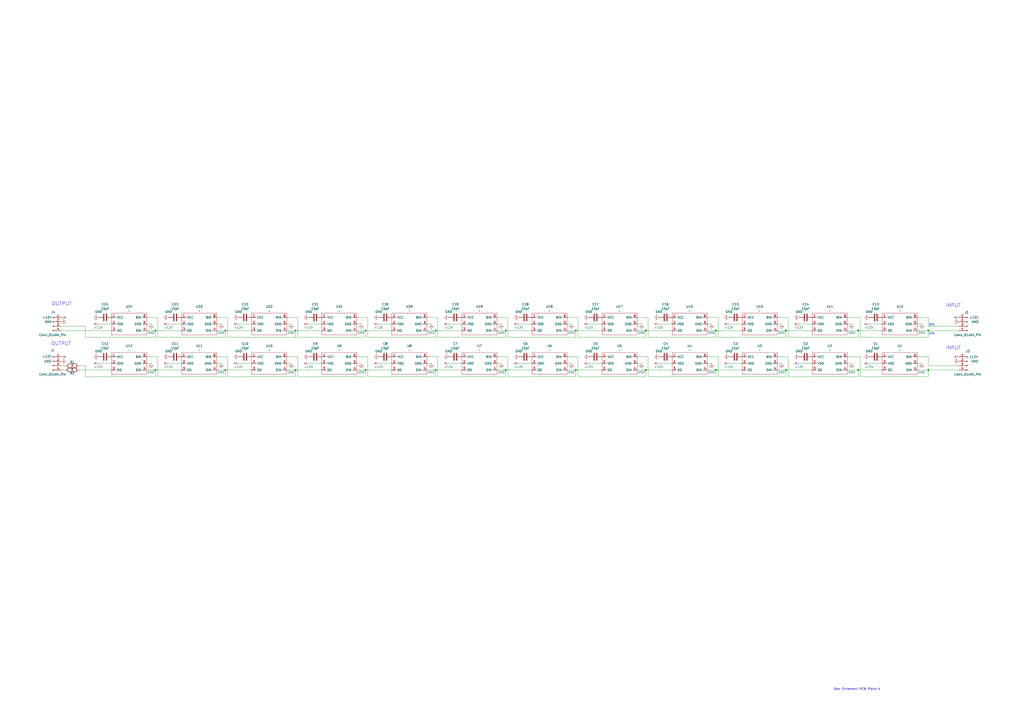
<source format=kicad_sch>
(kicad_sch (version 20250114) (generator "eeschema") (generator_version "9.0")
  (paper "A2")
  (title_block (date "2025-05-20"))
  (lib_symbols
    (symbol "Connector:Conn_01x04_Pin" (pin_names (offset 1.016) (hide yes))
      (property "Reference" "J" (at 0 5.08 0))
      (property "Value" "Conn_01x04_Pin" (at 0 -7.62 0))
      (symbol "Conn_01x04_Pin_1_1"
        (rectangle (start 0.8636 2.667) (end 0 2.413) (stroke (width 0.1524)) (fill (type outline)))
        (rectangle (start 0.8636 0.127) (end 0 -0.127) (stroke (width 0.1524)) (fill (type outline)))
        (rectangle (start 0.8636 -2.413) (end 0 -2.667) (stroke (width 0.1524)) (fill (type outline)))
        (rectangle (start 0.8636 -4.953) (end 0 -5.207) (stroke (width 0.1524)) (fill (type outline)))
        (polyline (pts (xy 1.27 2.54) (xy 0.8636 2.54)) (stroke (width 0.1524)))
        (polyline (pts (xy 1.27 0) (xy 0.8636 0)) (stroke (width 0.1524)))
        (polyline (pts (xy 1.27 -2.54) (xy 0.8636 -2.54)) (stroke (width 0.1524)))
        (polyline (pts (xy 1.27 -5.08) (xy 0.8636 -5.08)) (stroke (width 0.1524)))
        (pin passive line (at 5.08 2.54 180) (length 3.81) (name "Pin_1") (number "1"))
        (pin passive line (at 5.08 0 180) (length 3.81) (name "Pin_2") (number "2"))
        (pin passive line (at 5.08 -2.54 180) (length 3.81) (name "Pin_3") (number "3"))
        (pin passive line (at 5.08 -5.08 180) (length 3.81) (name "Pin_4") (number "4"))
      )
    )
    (symbol "Device:C" (pin_numbers (hide yes)) (pin_names (offset 0.254))
      (property "Reference" "C" (at 0.635 2.54 0))
      (property "Value" "C" (at 0.635 -2.54 0))
      (symbol "C_0_1"
        (polyline (pts (xy -2.032 0.762) (xy 2.032 0.762)) (stroke (width 0.508)))
        (polyline (pts (xy -2.032 -0.762) (xy 2.032 -0.762)) (stroke (width 0.508)))
      )
      (symbol "C_1_1"
        (pin passive line (at 0 3.81 270) (length 2.794) (name "~") (number "1"))
        (pin passive line (at 0 -3.81 90) (length 2.794) (name "~") (number "2"))
      )
    )
    (symbol "Device:R" (pin_numbers (hide yes)) (pin_names (offset 0))
      (property "Reference" "R" (at 2.032 0 90))
      (property "Value" "R" (at 0 0 90))
      (symbol "R_0_1"
        (rectangle (start -1.016 -2.54) (end 1.016 2.54) (stroke (width 0.254)))
      )
      (symbol "R_1_1"
        (pin passive line (at 0 3.81 270) (length 1.27) (name "~") (number "1"))
        (pin passive line (at 0 -3.81 90) (length 1.27) (name "~") (number "2"))
      )
    )
    (symbol "power:+12V" (power) (pin_numbers (hide yes)) (pin_names (offset 0) (hide yes))
      (property "Value" "+12V" (at 0 3.556 0))
      (symbol "+12V_0_1"
        (polyline (pts (xy -0.762 1.27) (xy 0 2.54)))
        (polyline (pts (xy 0 2.54) (xy 0.762 1.27)))
        (polyline (pts (xy 0 0) (xy 0 2.54)))
      )
      (symbol "+12V_1_1"
        (pin power_in line (at 0 0 90) (length 0) (name "~") (number "1"))
      )
    )
    (symbol "power:GND" (power) (pin_numbers (hide yes)) (pin_names (offset 0) (hide yes))
      (property "Value" "GND" (at 0 -3.81 0))
      (symbol "GND_0_1"
        (polyline (pts (xy 0 0) (xy 0 -1.27) (xy 1.27 -1.27) (xy 0 -2.54) (xy -1.27 -1.27) (xy 0 -1.27)))
      )
      (symbol "GND_1_1"
        (pin power_in line (at 0 0 270) (length 0) (name "~") (number "1"))
      )
    )
    (symbol "star_ornament_PCB:WS2815E"
      (property "Reference" "U" (at 0 0 0))
      (symbol "WS2815E_0_1"
        (rectangle (start -10.16 6.35) (end 10.16 -6.35))
      )
      (symbol "WS2815E_1_1"
        (pin input line (at -10.16 3.81 0) (length 2.54) (name "VCC") (number "1"))
        (pin power_in line (at -10.16 0 0) (length 2.54) (name "VDD") (number "2"))
        (pin output line (at -10.16 -3.81 0) (length 2.54) (name "DO") (number "3"))
        (pin input line (at 10.16 3.81 180) (length 2.54) (name "BIN") (number "6"))
        (pin power_in line (at 10.16 0 180) (length 2.54) (name "GND") (number "5"))
        (pin input line (at 10.16 -3.81 180) (length 2.54) (name "DIN") (number "4"))
      )
    )
  )
  (text "DIN\n" (at 540.512 193.548 0) (effects (font (size 1.27 1.27))))
  (text "OUTPUT" (at 35.814 176.276 0) (effects (font (size 2.032 2.032))))
  (text "OUTPUT" (at 35.56 199.39 0) (effects (font (size 2.032 2.032))))
  (text "BIN" (at 540.512 188.468 0) (effects (font (size 1.27 1.27))))
  (text "INPUT" (at 552.958 201.93 0) (effects (font (size 2.032 2.032))))
  (text "Star Ornament PCB Piece A" (at 497.078 399.796 0) (effects (font (size 1.27 1.27))))
  (text "INPUT" (at 552.958 177.292 0) (effects (font (size 2.032 2.032))))
  (junction (at 334.01 191.77))
  (junction (at 538.48 191.77))
  (junction (at 212.09 214.63))
  (junction (at 497.84 214.63))
  (junction (at 293.37 214.63))
  (junction (at 415.29 214.63))
  (junction (at 497.84 191.77))
  (junction (at 252.73 191.77))
  (junction (at 130.81 214.63))
  (junction (at 455.93 214.63))
  (junction (at 374.65 191.77))
  (junction (at 171.45 214.63))
  (junction (at 334.01 214.63))
  (junction (at 212.09 191.77))
  (junction (at 455.93 191.77))
  (junction (at 90.17 214.63))
  (junction (at 415.29 191.77))
  (junction (at 538.48 214.63))
  (junction (at 374.65 214.63))
  (junction (at 90.17 191.77))
  (junction (at 171.45 191.77))
  (junction (at 130.81 191.77))
  (junction (at 252.73 214.63))
  (junction (at 293.37 191.77))
  (wire (pts (xy 369.57 184.15) (xy 375.92 184.15)))
  (wire (pts (xy 450.85 187.96) (xy 453.39 187.96)))
  (wire (pts (xy 132.08 218.44) (xy 171.45 218.44)))
  (wire (pts (xy 532.13 191.77) (xy 538.48 191.77)))
  (wire (pts (xy 219.71 187.96) (xy 227.33 187.96)))
  (wire (pts (xy 97.79 210.82) (xy 105.41 210.82)))
  (wire (pts (xy 334.01 218.44) (xy 334.01 214.63)))
  (wire (pts (xy 415.29 214.63) (xy 430.53 214.63)))
  (wire (pts (xy 334.01 191.77) (xy 349.25 191.77)))
  (wire (pts (xy 341.63 210.82) (xy 349.25 210.82)))
  (wire (pts (xy 171.45 191.77) (xy 186.69 191.77)))
  (wire (pts (xy 497.84 191.77) (xy 511.81 191.77)))
  (wire (pts (xy 300.99 187.96) (xy 308.61 187.96)))
  (wire (pts (xy 207.01 214.63) (xy 212.09 214.63)))
  (wire (pts (xy 463.55 187.96) (xy 471.17 187.96)))
  (wire (pts (xy 219.71 210.82) (xy 227.33 210.82)))
  (wire (pts (xy 125.73 187.96) (xy 128.27 187.96)))
  (wire (pts (xy 382.27 210.82) (xy 389.89 210.82)))
  (wire (pts (xy 457.2 195.58) (xy 497.84 195.58)))
  (wire (pts (xy 457.2 184.15) (xy 457.2 195.58)))
  (wire (pts (xy 328.93 191.77) (xy 334.01 191.77)))
  (wire (pts (xy 179.07 210.82) (xy 186.69 210.82)))
  (wire (pts (xy 374.65 195.58) (xy 374.65 191.77)))
  (wire (pts (xy 288.29 191.77) (xy 293.37 191.77)))
  (wire (pts (xy 85.09 184.15) (xy 91.44 184.15)))
  (wire (pts (xy 497.84 214.63) (xy 497.84 218.44)))
  (wire (pts (xy 491.49 191.77) (xy 497.84 191.77)))
  (wire (pts (xy 35.56 212.09) (xy 38.1 212.09)))
  (wire (pts (xy 457.2 218.44) (xy 497.84 218.44)))
  (wire (pts (xy 172.72 195.58) (xy 212.09 195.58)))
  (wire (pts (xy 252.73 218.44) (xy 252.73 214.63)))
  (wire (pts (xy 382.27 187.96) (xy 389.89 187.96)))
  (wire (pts (xy 166.37 184.15) (xy 172.72 184.15)))
  (wire (pts (xy 491.49 210.82) (xy 494.03 210.82)))
  (wire (pts (xy 212.09 218.44) (xy 212.09 214.63)))
  (wire (pts (xy 532.13 187.96) (xy 534.67 187.96)))
  (wire (pts (xy 207.01 187.96) (xy 209.55 187.96)))
  (wire (pts (xy 207.01 210.82) (xy 209.55 210.82)))
  (wire (pts (xy 335.28 207.01) (xy 335.28 218.44)))
  (wire (pts (xy 410.21 191.77) (xy 415.29 191.77)))
  (wire (pts (xy 213.36 184.15) (xy 213.36 195.58)))
  (wire (pts (xy 300.99 210.82) (xy 308.61 210.82)))
  (wire (pts (xy 138.43 187.96) (xy 146.05 187.96)))
  (wire (pts (xy 293.37 195.58) (xy 293.37 191.77)))
  (wire (pts (xy 166.37 207.01) (xy 172.72 207.01)))
  (wire (pts (xy 85.09 207.01) (xy 91.44 207.01)))
  (wire (pts (xy 212.09 191.77) (xy 227.33 191.77)))
  (wire (pts (xy 91.44 218.44) (xy 130.81 218.44)))
  (wire (pts (xy 497.84 214.63) (xy 511.81 214.63)))
  (wire (pts (xy 247.65 191.77) (xy 252.73 191.77)))
  (wire (pts (xy 254 207.01) (xy 254 218.44)))
  (wire (pts (xy 247.65 207.01) (xy 254 207.01)))
  (wire (pts (xy 538.48 184.15) (xy 532.13 184.15)))
  (wire (pts (xy 293.37 214.63) (xy 308.61 214.63)))
  (wire (pts (xy 288.29 210.82) (xy 290.83 210.82)))
  (wire (pts (xy 450.85 207.01) (xy 457.2 207.01)))
  (wire (pts (xy 171.45 195.58) (xy 171.45 191.77)))
  (wire (pts (xy 328.93 184.15) (xy 335.28 184.15)))
  (wire (pts (xy 538.48 195.58) (xy 499.11 195.58)))
  (wire (pts (xy 213.36 207.01) (xy 213.36 218.44)))
  (wire (pts (xy 504.19 187.96) (xy 511.81 187.96)))
  (wire (pts (xy 91.44 184.15) (xy 91.44 195.58)))
  (wire (pts (xy 288.29 187.96) (xy 290.83 187.96)))
  (wire (pts (xy 374.65 214.63) (xy 389.89 214.63)))
  (wire (pts (xy 125.73 191.77) (xy 130.81 191.77)))
  (wire (pts (xy 260.35 187.96) (xy 267.97 187.96)))
  (wire (pts (xy 213.36 218.44) (xy 252.73 218.44)))
  (wire (pts (xy 450.85 210.82) (xy 453.39 210.82)))
  (wire (pts (xy 463.55 210.82) (xy 471.17 210.82)))
  (wire (pts (xy 499.11 184.15) (xy 499.11 195.58)))
  (wire (pts (xy 57.15 210.82) (xy 64.77 210.82)))
  (wire (pts (xy 375.92 218.44) (xy 415.29 218.44)))
  (wire (pts (xy 91.44 195.58) (xy 130.81 195.58)))
  (wire (pts (xy 254 184.15) (xy 254 195.58)))
  (wire (pts (xy 416.56 195.58) (xy 455.93 195.58)))
  (wire (pts (xy 91.44 207.01) (xy 91.44 218.44)))
  (wire (pts (xy 252.73 214.63) (xy 267.97 214.63)))
  (wire (pts (xy 294.64 218.44) (xy 334.01 218.44)))
  (wire (pts (xy 538.48 191.77) (xy 538.48 195.58)))
  (wire (pts (xy 410.21 214.63) (xy 415.29 214.63)))
  (wire (pts (xy 166.37 210.82) (xy 168.91 210.82)))
  (wire (pts (xy 415.29 218.44) (xy 415.29 214.63)))
  (wire (pts (xy 450.85 184.15) (xy 457.2 184.15)))
  (wire (pts (xy 138.43 210.82) (xy 146.05 210.82)))
  (wire (pts (xy 207.01 184.15) (xy 213.36 184.15)))
  (wire (pts (xy 455.93 218.44) (xy 455.93 214.63)))
  (wire (pts (xy 455.93 214.63) (xy 471.17 214.63)))
  (wire (pts (xy 341.63 187.96) (xy 349.25 187.96)))
  (wire (pts (xy 130.81 195.58) (xy 130.81 191.77)))
  (wire (pts (xy 538.48 189.23) (xy 538.48 184.15)))
  (wire (pts (xy 294.64 207.01) (xy 294.64 218.44)))
  (wire (pts (xy 374.65 191.77) (xy 389.89 191.77)))
  (wire (pts (xy 247.65 214.63) (xy 252.73 214.63)))
  (wire (pts (xy 455.93 195.58) (xy 455.93 191.77)))
  (wire (pts (xy 293.37 218.44) (xy 293.37 214.63)))
  (wire (pts (xy 538.48 189.23) (xy 556.26 189.23)))
  (wire (pts (xy 410.21 207.01) (xy 416.56 207.01)))
  (wire (pts (xy 49.53 189.23) (xy 49.53 195.58)))
  (wire (pts (xy 85.09 214.63) (xy 90.17 214.63)))
  (wire (pts (xy 334.01 195.58) (xy 334.01 191.77)))
  (wire (pts (xy 125.73 210.82) (xy 128.27 210.82)))
  (wire (pts (xy 288.29 184.15) (xy 294.64 184.15)))
  (wire (pts (xy 410.21 210.82) (xy 412.75 210.82)))
  (wire (pts (xy 130.81 218.44) (xy 130.81 214.63)))
  (wire (pts (xy 538.48 212.09) (xy 556.26 212.09)))
  (wire (pts (xy 132.08 207.01) (xy 132.08 218.44)))
  (wire (pts (xy 375.92 207.01) (xy 375.92 218.44)))
  (wire (pts (xy 166.37 187.96) (xy 168.91 187.96)))
  (wire (pts (xy 369.57 187.96) (xy 372.11 187.96)))
  (wire (pts (xy 49.53 195.58) (xy 90.17 195.58)))
  (wire (pts (xy 416.56 218.44) (xy 455.93 218.44)))
  (wire (pts (xy 207.01 191.77) (xy 212.09 191.77)))
  (wire (pts (xy 450.85 191.77) (xy 455.93 191.77)))
  (wire (pts (xy 538.48 207.01) (xy 532.13 207.01)))
  (wire (pts (xy 497.84 191.77) (xy 497.84 195.58)))
  (wire (pts (xy 415.29 191.77) (xy 430.53 191.77)))
  (wire (pts (xy 335.28 218.44) (xy 374.65 218.44)))
  (wire (pts (xy 172.72 184.15) (xy 172.72 195.58)))
  (wire (pts (xy 415.29 195.58) (xy 415.29 191.77)))
  (wire (pts (xy 247.65 184.15) (xy 254 184.15)))
  (wire (pts (xy 538.48 191.77) (xy 556.26 191.77)))
  (wire (pts (xy 85.09 191.77) (xy 90.17 191.77)))
  (wire (pts (xy 90.17 214.63) (xy 90.17 218.44)))
  (wire (pts (xy 328.93 210.82) (xy 331.47 210.82)))
  (wire (pts (xy 132.08 184.15) (xy 132.08 195.58)))
  (wire (pts (xy 35.56 191.77) (xy 64.77 191.77)))
  (wire (pts (xy 288.29 207.01) (xy 294.64 207.01)))
  (wire (pts (xy 374.65 218.44) (xy 374.65 214.63)))
  (wire (pts (xy 288.29 214.63) (xy 293.37 214.63)))
  (wire (pts (xy 260.35 210.82) (xy 267.97 210.82)))
  (wire (pts (xy 252.73 195.58) (xy 252.73 191.77)))
  (wire (pts (xy 130.81 214.63) (xy 146.05 214.63)))
  (wire (pts (xy 491.49 184.15) (xy 499.11 184.15)))
  (wire (pts (xy 213.36 195.58) (xy 252.73 195.58)))
  (wire (pts (xy 90.17 191.77) (xy 105.41 191.77)))
  (wire (pts (xy 125.73 184.15) (xy 132.08 184.15)))
  (wire (pts (xy 254 218.44) (xy 293.37 218.44)))
  (wire (pts (xy 410.21 184.15) (xy 416.56 184.15)))
  (wire (pts (xy 293.37 191.77) (xy 308.61 191.77)))
  (wire (pts (xy 247.65 187.96) (xy 250.19 187.96)))
  (wire (pts (xy 328.93 207.01) (xy 335.28 207.01)))
  (wire (pts (xy 212.09 214.63) (xy 227.33 214.63)))
  (wire (pts (xy 85.09 210.82) (xy 87.63 210.82)))
  (wire (pts (xy 90.17 214.63) (xy 105.41 214.63)))
  (wire (pts (xy 369.57 210.82) (xy 372.11 210.82)))
  (wire (pts (xy 450.85 214.63) (xy 455.93 214.63)))
  (wire (pts (xy 369.57 207.01) (xy 375.92 207.01)))
  (wire (pts (xy 125.73 207.01) (xy 132.08 207.01)))
  (wire (pts (xy 57.15 187.96) (xy 64.77 187.96)))
  (wire (pts (xy 499.11 207.01) (xy 499.11 218.44)))
  (wire (pts (xy 335.28 195.58) (xy 374.65 195.58)))
  (wire (pts (xy 538.48 212.09) (xy 538.48 207.01)))
  (wire (pts (xy 45.72 214.63) (xy 64.77 214.63)))
  (wire (pts (xy 328.93 187.96) (xy 331.47 187.96)))
  (wire (pts (xy 375.92 184.15) (xy 375.92 195.58)))
  (wire (pts (xy 335.28 184.15) (xy 335.28 195.58)))
  (wire (pts (xy 416.56 184.15) (xy 416.56 195.58)))
  (wire (pts (xy 179.07 187.96) (xy 186.69 187.96)))
  (wire (pts (xy 49.53 218.44) (xy 90.17 218.44)))
  (wire (pts (xy 532.13 214.63) (xy 538.48 214.63)))
  (wire (pts (xy 254 195.58) (xy 293.37 195.58)))
  (wire (pts (xy 172.72 207.01) (xy 172.72 218.44)))
  (wire (pts (xy 252.73 191.77) (xy 267.97 191.77)))
  (wire (pts (xy 35.56 214.63) (xy 38.1 214.63)))
  (wire (pts (xy 97.79 187.96) (xy 105.41 187.96)))
  (wire (pts (xy 416.56 207.01) (xy 416.56 218.44)))
  (wire (pts (xy 491.49 214.63) (xy 497.84 214.63)))
  (wire (pts (xy 132.08 195.58) (xy 171.45 195.58)))
  (wire (pts (xy 504.19 210.82) (xy 511.81 210.82)))
  (wire (pts (xy 85.09 187.96) (xy 87.63 187.96)))
  (wire (pts (xy 410.21 187.96) (xy 412.75 187.96)))
  (wire (pts (xy 491.49 207.01) (xy 499.11 207.01)))
  (wire (pts (xy 166.37 191.77) (xy 171.45 191.77)))
  (wire (pts (xy 172.72 218.44) (xy 212.09 218.44)))
  (wire (pts (xy 532.13 210.82) (xy 534.67 210.82)))
  (wire (pts (xy 422.91 210.82) (xy 430.53 210.82)))
  (wire (pts (xy 538.48 214.63) (xy 538.48 218.44)))
  (wire (pts (xy 90.17 191.77) (xy 90.17 195.58)))
  (wire (pts (xy 35.56 189.23) (xy 49.53 189.23)))
  (wire (pts (xy 294.64 195.58) (xy 334.01 195.58)))
  (wire (pts (xy 369.57 214.63) (xy 374.65 214.63)))
  (wire (pts (xy 207.01 207.01) (xy 213.36 207.01)))
  (wire (pts (xy 212.09 195.58) (xy 212.09 191.77)))
  (wire (pts (xy 457.2 207.01) (xy 457.2 218.44)))
  (wire (pts (xy 422.91 187.96) (xy 430.53 187.96)))
  (wire (pts (xy 49.53 212.09) (xy 49.53 218.44)))
  (wire (pts (xy 45.72 212.09) (xy 49.53 212.09)))
  (wire (pts (xy 334.01 214.63) (xy 349.25 214.63)))
  (wire (pts (xy 247.65 210.82) (xy 250.19 210.82)))
  (wire (pts (xy 130.81 191.77) (xy 146.05 191.77)))
  (wire (pts (xy 171.45 214.63) (xy 186.69 214.63)))
  (wire (pts (xy 166.37 214.63) (xy 171.45 214.63)))
  (wire (pts (xy 294.64 184.15) (xy 294.64 195.58)))
  (wire (pts (xy 538.48 214.63) (xy 556.26 214.63)))
  (wire (pts (xy 125.73 214.63) (xy 130.81 214.63)))
  (wire (pts (xy 538.48 218.44) (xy 499.11 218.44)))
  (wire (pts (xy 328.93 214.63) (xy 334.01 214.63)))
  (wire (pts (xy 491.49 187.96) (xy 494.03 187.96)))
  (wire (pts (xy 375.92 195.58) (xy 415.29 195.58)))
  (wire (pts (xy 455.93 191.77) (xy 471.17 191.77)))
  (wire (pts (xy 369.57 191.77) (xy 374.65 191.77)))
  (wire (pts (xy 171.45 218.44) (xy 171.45 214.63)))
  (symbol (lib_id "power:GND") (at 260.35 207.01 270) (unit 1)
    (property "Reference" "#PWR0211" (effects (hide yes)))
    (property "Value" "GND" (at 262.382 203.708 90) (effects (justify right)))
    (property "Description" "Power symbol creates a global label with name \"GND\" , ground" (effects (hide yes)))
  )
  (symbol (lib_id "power:GND") (at 138.43 207.01 270) (unit 1)
    (property "Reference" "#PWR0334" (effects (hide yes)))
    (property "Value" "GND" (at 140.462 203.708 90) (effects (justify right)))
    (property "Description" "Power symbol creates a global label with name \"GND\" , ground" (effects (hide yes)))
  )
  (symbol (lib_id "star_ornament_PCB:WS2815E") (at 440.69 187.96 0) (unit 1)
    (property "Reference" "U15" (at 440.69 177.8 0))
    (property "Value" "~" (at 440.69 180.34 0))
    (property "Footprint" "WS2815:LED-TRICOLOR-5050" (effects (hide yes)))
  )
  (symbol (lib_id "Connector:Conn_01x04_Pin") (at 561.34 209.55 0) (mirror y) (unit 1)
    (property "Reference" "J2" (at 561.34 203.708 0))
    (property "Value" "Conn_01x04_Pin" (at 561.34 217.17 0))
    (property "Footprint" "Connector_PinHeader_2.54mm:PinHeader_1x04_P2.54mm_Vertical" (effects (hide yes)))
    (property "Description" "Generic connector, single row, 01x04, script generated" (effects (hide yes)))
  )
  (symbol (lib_id "power:GND") (at 556.26 186.69 270) (unit 1)
    (property "Reference" "#PWR02" (effects (hide yes)))
    (property "Value" "GND" (at 565.658 186.69 90))
    (property "Description" "Power symbol creates a global label with name \"GND\" , ground" (effects (hide yes)))
  )
  (symbol (lib_id "power:+12V") (at 35.56 184.15 270) (unit 1)
    (property "Reference" "#PWR018" (effects (hide yes)))
    (property "Value" "+12V" (at 27.178 184.15 90))
    (property "Description" "Power symbol creates a global label with name \"+12V\"" (effects (hide yes)))
  )
  (symbol (lib_id "star_ornament_PCB:WS2815E") (at 237.49 210.82 0) (unit 1)
    (property "Reference" "U8" (at 237.49 200.66 0))
    (property "Value" "~" (at 237.49 203.2 0))
    (property "Footprint" "WS2815:LED-TRICOLOR-5050" (effects (hide yes)))
  )
  (symbol (lib_id "power:+12V") (at 97.79 187.96 90) (unit 1)
    (property "Reference" "#PWR0396" (effects (hide yes)))
    (property "Value" "+12V" (at 100.33 189.992 90) (effects (justify left)))
    (property "Description" "Power symbol creates a global label with name \"+12V\"" (effects (hide yes)))
  )
  (symbol (lib_id "power:+12V") (at 35.56 207.01 270) (unit 1)
    (property "Reference" "#PWR017" (effects (hide yes)))
    (property "Value" "+12V" (at 27.178 206.756 90))
    (property "Description" "Power symbol creates a global label with name \"+12V\"" (effects (hide yes)))
  )
  (symbol (lib_id "power:GND") (at 504.19 184.15 270) (unit 1)
    (property "Reference" "#PWR068" (effects (hide yes)))
    (property "Value" "GND" (at 506.222 180.848 90) (effects (justify right)))
    (property "Description" "Power symbol creates a global label with name \"GND\" , ground" (effects (hide yes)))
  )
  (symbol (lib_id "power:+12V") (at 57.15 210.82 90) (unit 1)
    (property "Reference" "#PWR0364" (effects (hide yes)))
    (property "Value" "+12V" (at 59.69 212.852 90) (effects (justify left)))
    (property "Description" "Power symbol creates a global label with name \"+12V\"" (effects (hide yes)))
  )
  (symbol (lib_id "Device:C") (at 142.24 184.15 270) (unit 1)
    (property "Reference" "C22" (at 142.24 176.53 90))
    (property "Value" "15pF" (at 142.24 179.07 90))
    (property "Footprint" "GJM1555C1H150GB01D:CAPC1005X55N" (effects (hide yes)))
    (property "Description" "Unpolarized capacitor" (effects (hide yes)))
  )
  (symbol (lib_id "power:+12V") (at 179.07 187.96 90) (unit 1)
    (property "Reference" "#PWR0308" (effects (hide yes)))
    (property "Value" "+12V" (at 181.61 189.992 90) (effects (justify left)))
    (property "Description" "Power symbol creates a global label with name \"+12V\"" (effects (hide yes)))
  )
  (symbol (lib_id "power:+12V") (at 422.91 187.96 90) (unit 1)
    (property "Reference" "#PWR094" (effects (hide yes)))
    (property "Value" "+12V" (at 425.45 189.992 90) (effects (justify left)))
    (property "Description" "Power symbol creates a global label with name \"+12V\"" (effects (hide yes)))
  )
  (symbol (lib_id "power:GND") (at 556.26 209.55 270) (unit 1)
    (property "Reference" "#PWR04" (effects (hide yes)))
    (property "Value" "GND" (at 565.404 209.55 90))
    (property "Description" "Power symbol creates a global label with name \"GND\" , ground" (effects (hide yes)))
  )
  (symbol (lib_id "power:GND") (at 219.71 207.01 270) (unit 1)
    (property "Reference" "#PWR0231" (effects (hide yes)))
    (property "Value" "GND" (at 221.742 203.708 90) (effects (justify right)))
    (property "Description" "Power symbol creates a global label with name \"GND\" , ground" (effects (hide yes)))
  )
  (symbol (lib_id "power:+12V") (at 382.27 210.82 90) (unit 1)
    (property "Reference" "#PWR0122" (effects (hide yes)))
    (property "Value" "+12V" (at 384.81 212.852 90) (effects (justify left)))
    (property "Description" "Power symbol creates a global label with name \"+12V\"" (effects (hide yes)))
  )
  (symbol (lib_id "power:+12V") (at 97.79 210.82 90) (unit 1)
    (property "Reference" "#PWR0394" (effects (hide yes)))
    (property "Value" "+12V" (at 100.33 212.852 90) (effects (justify left)))
    (property "Description" "Power symbol creates a global label with name \"+12V\"" (effects (hide yes)))
  )
  (symbol (lib_id "power:GND") (at 57.15 184.15 270) (unit 1)
    (property "Reference" "#PWR0365" (effects (hide yes)))
    (property "Value" "GND" (at 59.182 180.848 90) (effects (justify right)))
    (property "Description" "Power symbol creates a global label with name \"GND\" , ground" (effects (hide yes)))
  )
  (symbol (lib_id "Device:C") (at 467.36 184.15 270) (unit 1)
    (property "Reference" "C14" (at 467.36 176.53 90))
    (property "Value" "15pF" (at 467.36 179.07 90))
    (property "Footprint" "GJM1555C1H150GB01D:CAPC1005X55N" (effects (hide yes)))
    (property "Description" "Unpolarized capacitor" (effects (hide yes)))
  )
  (symbol (lib_id "power:+12V") (at 463.55 210.82 90) (unit 1)
    (property "Reference" "#PWR062" (effects (hide yes)))
    (property "Value" "+12V" (at 466.09 212.852 90) (effects (justify left)))
    (property "Description" "Power symbol creates a global label with name \"+12V\"" (effects (hide yes)))
  )
  (symbol (lib_id "power:+12V") (at 260.35 210.82 90) (unit 1)
    (property "Reference" "#PWR0212" (effects (hide yes)))
    (property "Value" "+12V" (at 262.89 212.852 90) (effects (justify left)))
    (property "Description" "Power symbol creates a global label with name \"+12V\"" (effects (hide yes)))
  )
  (symbol (lib_id "Device:C") (at 142.24 207.01 270) (unit 1)
    (property "Reference" "C10" (at 142.24 199.39 90))
    (property "Value" "15pF" (at 142.24 201.93 90))
    (property "Footprint" "GJM1555C1H150GB01D:CAPC1005X55N" (effects (hide yes)))
    (property "Description" "Unpolarized capacitor" (effects (hide yes)))
  )
  (symbol (lib_id "power:GND") (at 35.56 186.69 90) (unit 1)
    (property "Reference" "#PWR01" (effects (hide yes)))
    (property "Value" "GND" (at 27.94 186.69 90))
    (property "Description" "Power symbol creates a global label with name \"GND\" , ground" (effects (hide yes)))
  )
  (symbol (lib_id "power:+12V") (at 138.43 210.82 90) (unit 1)
    (property "Reference" "#PWR0335" (effects (hide yes)))
    (property "Value" "+12V" (at 140.97 212.852 90) (effects (justify left)))
    (property "Description" "Power symbol creates a global label with name \"+12V\"" (effects (hide yes)))
  )
  (symbol (lib_id "Device:C") (at 223.52 184.15 270) (unit 1)
    (property "Reference" "C20" (at 223.52 176.53 90))
    (property "Value" "15pF" (at 223.52 179.07 90))
    (property "Footprint" "GJM1555C1H150GB01D:CAPC1005X55N" (effects (hide yes)))
    (property "Description" "Unpolarized capacitor" (effects (hide yes)))
  )
  (symbol (lib_id "Device:C") (at 508 184.15 270) (unit 1)
    (property "Reference" "C13" (at 508 176.53 90))
    (property "Value" "15pF" (at 508 179.07 90))
    (property "Footprint" "GJM1555C1H150GB01D:CAPC1005X55N" (effects (hide yes)))
    (property "Description" "Unpolarized capacitor" (effects (hide yes)))
  )
  (symbol (lib_id "power:+12V") (at 179.07 210.82 90) (unit 1)
    (property "Reference" "#PWR0306" (effects (hide yes)))
    (property "Value" "+12V" (at 181.61 212.852 90) (effects (justify left)))
    (property "Description" "Power symbol creates a global label with name \"+12V\"" (effects (hide yes)))
  )
  (symbol (lib_id "star_ornament_PCB:WS2815E") (at 521.97 187.96 0) (unit 1)
    (property "Reference" "U13" (at 521.97 177.8 0))
    (property "Value" "~" (at 521.97 180.34 0))
    (property "Footprint" "WS2815:LED-TRICOLOR-5050" (effects (hide yes)))
  )
  (symbol (lib_id "Device:C") (at 60.96 207.01 270) (unit 1)
    (property "Reference" "C12" (at 60.96 199.39 90))
    (property "Value" "15pF" (at 60.96 201.93 90))
    (property "Footprint" "GJM1555C1H150GB01D:CAPC1005X55N" (effects (hide yes)))
    (property "Description" "Unpolarized capacitor" (effects (hide yes)))
  )
  (symbol (lib_id "power:GND") (at 179.07 207.01 270) (unit 1)
    (property "Reference" "#PWR0305" (effects (hide yes)))
    (property "Value" "GND" (at 181.102 203.708 90) (effects (justify right)))
    (property "Description" "Power symbol creates a global label with name \"GND\" , ground" (effects (hide yes)))
  )
  (symbol (lib_id "power:GND") (at 209.55 187.96 0) (unit 1)
    (property "Reference" "#PWR015" (effects (hide yes)))
    (property "Value" "GND" (at 209.55 193.04 0))
    (property "Description" "Power symbol creates a global label with name \"GND\" , ground" (effects (hide yes)))
  )
  (symbol (lib_id "power:+12V") (at 422.91 210.82 90) (unit 1)
    (property "Reference" "#PWR092" (effects (hide yes)))
    (property "Value" "+12V" (at 425.45 212.852 90) (effects (justify left)))
    (property "Description" "Power symbol creates a global label with name \"+12V\"" (effects (hide yes)))
  )
  (symbol (lib_id "power:GND") (at 219.71 184.15 270) (unit 1)
    (property "Reference" "#PWR0232" (effects (hide yes)))
    (property "Value" "GND" (at 221.742 180.848 90) (effects (justify right)))
    (property "Description" "Power symbol creates a global label with name \"GND\" , ground" (effects (hide yes)))
  )
  (symbol (lib_id "power:GND") (at 412.75 210.82 0) (unit 1)
    (property "Reference" "#PWR0141" (effects (hide yes)))
    (property "Value" "GND" (at 412.75 215.9 0))
    (property "Description" "Power symbol creates a global label with name \"GND\" , ground" (effects (hide yes)))
  )
  (symbol (lib_id "power:+12V") (at 463.55 187.96 90) (unit 1)
    (property "Reference" "#PWR067" (effects (hide yes)))
    (property "Value" "+12V" (at 466.09 189.992 90) (effects (justify left)))
    (property "Description" "Power symbol creates a global label with name \"+12V\"" (effects (hide yes)))
  )
  (symbol (lib_id "power:GND") (at 250.19 187.96 0) (unit 1)
    (property "Reference" "#PWR016" (effects (hide yes)))
    (property "Value" "GND" (at 250.19 193.04 0))
    (property "Description" "Power symbol creates a global label with name \"GND\" , ground" (effects (hide yes)))
  )
  (symbol (lib_id "power:GND") (at 209.55 210.82 0) (unit 1)
    (property "Reference" "#PWR010" (effects (hide yes)))
    (property "Value" "GND" (at 209.55 215.9 0))
    (property "Description" "Power symbol creates a global label with name \"GND\" , ground" (effects (hide yes)))
  )
  (symbol (lib_id "power:GND") (at 504.19 207.01 270) (unit 1)
    (property "Reference" "#PWR061" (effects (hide yes)))
    (property "Value" "GND" (at 506.222 203.708 90) (effects (justify right)))
    (property "Description" "Power symbol creates a global label with name \"GND\" , ground" (effects (hide yes)))
  )
  (symbol (lib_id "Device:C") (at 304.8 184.15 270) (unit 1)
    (property "Reference" "C18" (at 304.8 176.53 90))
    (property "Value" "15pF" (at 304.8 179.07 90))
    (property "Footprint" "GJM1555C1H150GB01D:CAPC1005X55N" (effects (hide yes)))
    (property "Description" "Unpolarized capacitor" (effects (hide yes)))
  )
  (symbol (lib_id "power:GND") (at 494.03 210.82 0) (unit 1)
    (property "Reference" "#PWR081" (effects (hide yes)))
    (property "Value" "GND" (at 494.03 215.9 0))
    (property "Description" "Power symbol creates a global label with name \"GND\" , ground" (effects (hide yes)))
  )
  (symbol (lib_id "power:+12V") (at 219.71 187.96 90) (unit 1)
    (property "Reference" "#PWR0278" (effects (hide yes)))
    (property "Value" "+12V" (at 222.25 189.992 90) (effects (justify left)))
    (property "Description" "Power symbol creates a global label with name \"+12V\"" (effects (hide yes)))
  )
  (symbol (lib_id "Device:C") (at 467.36 207.01 270) (unit 1)
    (property "Reference" "C2" (at 467.36 199.39 90))
    (property "Value" "15pF" (at 467.36 201.93 90))
    (property "Footprint" "GJM1555C1H150GB01D:CAPC1005X55N" (effects (hide yes)))
    (property "Description" "Unpolarized capacitor" (effects (hide yes)))
  )
  (symbol (lib_id "power:GND") (at 87.63 210.82 0) (unit 1)
    (property "Reference" "#PWR0383" (effects (hide yes)))
    (property "Value" "GND" (at 87.63 215.9 0))
    (property "Description" "Power symbol creates a global label with name \"GND\" , ground" (effects (hide yes)))
  )
  (symbol (lib_id "power:GND") (at 372.11 187.96 0) (unit 1)
    (property "Reference" "#PWR0172" (effects (hide yes)))
    (property "Value" "GND" (at 372.11 193.04 0))
    (property "Description" "Power symbol creates a global label with name \"GND\" , ground" (effects (hide yes)))
  )
  (symbol (lib_id "power:+12V") (at 260.35 187.96 90) (unit 1)
    (property "Reference" "#PWR0214" (effects (hide yes)))
    (property "Value" "+12V" (at 262.89 189.992 90) (effects (justify left)))
    (property "Description" "Power symbol creates a global label with name \"+12V\"" (effects (hide yes)))
  )
  (symbol (lib_id "star_ornament_PCB:WS2815E") (at 400.05 210.82 0) (unit 1)
    (property "Reference" "U4" (at 400.05 200.66 0))
    (property "Value" "~" (at 400.05 203.2 0))
    (property "Footprint" "WS2815:LED-TRICOLOR-5050" (effects (hide yes)))
  )
  (symbol (lib_id "power:GND") (at 382.27 184.15 270) (unit 1)
    (property "Reference" "#PWR0123" (effects (hide yes)))
    (property "Value" "GND" (at 384.302 180.848 90) (effects (justify right)))
    (property "Description" "Power symbol creates a global label with name \"GND\" , ground" (effects (hide yes)))
  )
  (symbol (lib_id "power:+12V") (at 341.63 210.82 90) (unit 1)
    (property "Reference" "#PWR0152" (effects (hide yes)))
    (property "Value" "+12V" (at 344.17 212.852 90) (effects (justify left)))
    (property "Description" "Power symbol creates a global label with name \"+12V\"" (effects (hide yes)))
  )
  (symbol (lib_id "power:GND") (at 57.15 207.01 270) (unit 1)
    (property "Reference" "#PWR0363" (effects (hide yes)))
    (property "Value" "GND" (at 59.182 203.708 90) (effects (justify right)))
    (property "Description" "Power symbol creates a global label with name \"GND\" , ground" (effects (hide yes)))
  )
  (symbol (lib_id "Device:C") (at 60.96 184.15 270) (unit 1)
    (property "Reference" "C24" (at 60.96 176.53 90))
    (property "Value" "15pF" (at 60.96 179.07 90))
    (property "Footprint" "GJM1555C1H150GB01D:CAPC1005X55N" (effects (hide yes)))
    (property "Description" "Unpolarized capacitor" (effects (hide yes)))
  )
  (symbol (lib_id "power:GND") (at 412.75 187.96 0) (unit 1)
    (property "Reference" "#PWR0142" (effects (hide yes)))
    (property "Value" "GND" (at 412.75 193.04 0))
    (property "Description" "Power symbol creates a global label with name \"GND\" , ground" (effects (hide yes)))
  )
  (symbol (lib_id "power:+12V") (at 219.71 210.82 90) (unit 1)
    (property "Reference" "#PWR0277" (effects (hide yes)))
    (property "Value" "+12V" (at 222.25 212.852 90) (effects (justify left)))
    (property "Description" "Power symbol creates a global label with name \"+12V\"" (effects (hide yes)))
  )
  (symbol (lib_id "power:GND") (at 300.99 207.01 270) (unit 1)
    (property "Reference" "#PWR0181" (effects (hide yes)))
    (property "Value" "GND" (at 303.022 203.708 90) (effects (justify right)))
    (property "Description" "Power symbol creates a global label with name \"GND\" , ground" (effects (hide yes)))
  )
  (symbol (lib_id "Device:C") (at 426.72 207.01 270) (unit 1)
    (property "Reference" "C3" (at 426.72 199.39 90))
    (property "Value" "15pF" (at 426.72 201.93 90))
    (property "Footprint" "GJM1555C1H150GB01D:CAPC1005X55N" (effects (hide yes)))
    (property "Description" "Unpolarized capacitor" (effects (hide yes)))
  )
  (symbol (lib_id "Device:C") (at 223.52 207.01 270) (unit 1)
    (property "Reference" "C8" (at 223.52 199.39 90))
    (property "Value" "15pF" (at 223.52 201.93 90))
    (property "Footprint" "GJM1555C1H150GB01D:CAPC1005X55N" (effects (hide yes)))
    (property "Description" "Unpolarized capacitor" (effects (hide yes)))
  )
  (symbol (lib_id "Device:C") (at 182.88 207.01 270) (unit 1)
    (property "Reference" "C9" (at 182.88 199.39 90))
    (property "Value" "15pF" (at 182.88 201.93 90))
    (property "Footprint" "GJM1555C1H150GB01D:CAPC1005X55N" (effects (hide yes)))
    (property "Description" "Unpolarized capacitor" (effects (hide yes)))
  )
  (symbol (lib_id "power:GND") (at 453.39 187.96 0) (unit 1)
    (property "Reference" "#PWR0112" (effects (hide yes)))
    (property "Value" "GND" (at 453.39 193.04 0))
    (property "Description" "Power symbol creates a global label with name \"GND\" , ground" (effects (hide yes)))
  )
  (symbol (lib_id "star_ornament_PCB:WS2815E") (at 278.13 187.96 0) (unit 1)
    (property "Reference" "U19" (at 278.13 177.8 0))
    (property "Value" "~" (at 278.13 180.34 0))
    (property "Footprint" "WS2815:LED-TRICOLOR-5050" (effects (hide yes)))
  )
  (symbol (lib_id "star_ornament_PCB:WS2815E") (at 196.85 187.96 0) (unit 1)
    (property "Reference" "U21" (at 196.85 177.8 0))
    (property "Value" "~" (at 196.85 180.34 0))
    (property "Footprint" "WS2815:LED-TRICOLOR-5050" (effects (hide yes)))
  )
  (symbol (lib_id "Device:C") (at 101.6 184.15 270) (unit 1)
    (property "Reference" "C23" (at 101.6 176.53 90))
    (property "Value" "15pF" (at 101.6 179.07 90))
    (property "Footprint" "GJM1555C1H150GB01D:CAPC1005X55N" (effects (hide yes)))
    (property "Description" "Unpolarized capacitor" (effects (hide yes)))
  )
  (symbol (lib_id "power:GND") (at 453.39 210.82 0) (unit 1)
    (property "Reference" "#PWR0111" (effects (hide yes)))
    (property "Value" "GND" (at 453.39 215.9 0))
    (property "Description" "Power symbol creates a global label with name \"GND\" , ground" (effects (hide yes)))
  )
  (symbol (lib_id "power:GND") (at 97.79 184.15 270) (unit 1)
    (property "Reference" "#PWR0395" (effects (hide yes)))
    (property "Value" "GND" (at 99.822 180.848 90) (effects (justify right)))
    (property "Description" "Power symbol creates a global label with name \"GND\" , ground" (effects (hide yes)))
  )
  (symbol (lib_id "star_ornament_PCB:WS2815E") (at 359.41 210.82 0) (unit 1)
    (property "Reference" "U5" (at 359.41 200.66 0))
    (property "Value" "~" (at 359.41 203.2 0))
    (property "Footprint" "WS2815:LED-TRICOLOR-5050" (effects (hide yes)))
  )
  (symbol (lib_id "power:GND") (at 250.19 210.82 0) (unit 1)
    (property "Reference" "#PWR09" (effects (hide yes)))
    (property "Value" "GND" (at 250.19 215.9 0))
    (property "Description" "Power symbol creates a global label with name \"GND\" , ground" (effects (hide yes)))
  )
  (symbol (lib_id "power:GND") (at 290.83 210.82 0) (unit 1)
    (property "Reference" "#PWR07" (effects (hide yes)))
    (property "Value" "GND" (at 290.83 215.9 0))
    (property "Description" "Power symbol creates a global label with name \"GND\" , ground" (effects (hide yes)))
  )
  (symbol (lib_id "power:+12V") (at 504.19 210.82 90) (unit 1)
    (property "Reference" "#PWR064" (effects (hide yes)))
    (property "Value" "+12V" (at 506.73 212.852 90) (effects (justify left)))
    (property "Description" "Power symbol creates a global label with name \"+12V\"" (effects (hide yes)))
  )
  (symbol (lib_id "power:GND") (at 422.91 207.01 270) (unit 1)
    (property "Reference" "#PWR091" (effects (hide yes)))
    (property "Value" "GND" (at 424.942 203.708 90) (effects (justify right)))
    (property "Description" "Power symbol creates a global label with name \"GND\" , ground" (effects (hide yes)))
  )
  (symbol (lib_id "star_ornament_PCB:WS2815E") (at 440.69 210.82 0) (unit 1)
    (property "Reference" "U3" (at 440.69 200.66 0))
    (property "Value" "~" (at 440.69 203.2 0))
    (property "Footprint" "WS2815:LED-TRICOLOR-5050" (effects (hide yes)))
  )
  (symbol (lib_id "star_ornament_PCB:WS2815E") (at 237.49 187.96 0) (unit 1)
    (property "Reference" "U20" (at 237.49 177.8 0))
    (property "Value" "~" (at 237.49 180.34 0))
    (property "Footprint" "WS2815:LED-TRICOLOR-5050" (effects (hide yes)))
  )
  (symbol (lib_id "power:GND") (at 128.27 187.96 0) (unit 1)
    (property "Reference" "#PWR013" (effects (hide yes)))
    (property "Value" "GND" (at 128.27 193.04 0))
    (property "Description" "Power symbol creates a global label with name \"GND\" , ground" (effects (hide yes)))
  )
  (symbol (lib_id "Device:C") (at 182.88 184.15 270) (unit 1)
    (property "Reference" "C21" (at 182.88 176.53 90))
    (property "Value" "15pF" (at 182.88 179.07 90))
    (property "Footprint" "GJM1555C1H150GB01D:CAPC1005X55N" (effects (hide yes)))
    (property "Description" "Unpolarized capacitor" (effects (hide yes)))
  )
  (symbol (lib_id "star_ornament_PCB:WS2815E") (at 196.85 210.82 0) (unit 1)
    (property "Reference" "U9" (at 196.85 200.66 0))
    (property "Value" "~" (at 196.85 203.2 0))
    (property "Footprint" "WS2815:LED-TRICOLOR-5050" (effects (hide yes)))
  )
  (symbol (lib_id "star_ornament_PCB:WS2815E") (at 521.97 210.82 0) (unit 1)
    (property "Reference" "U1" (at 521.97 200.66 0))
    (property "Value" "~" (at 521.97 203.2 0))
    (property "Footprint" "WS2815:LED-TRICOLOR-5050" (effects (hide yes)))
  )
  (symbol (lib_id "Device:C") (at 345.44 184.15 270) (unit 1)
    (property "Reference" "C17" (at 345.44 176.53 90))
    (property "Value" "15pF" (at 345.44 179.07 90))
    (property "Footprint" "GJM1555C1H150GB01D:CAPC1005X55N" (effects (hide yes)))
    (property "Description" "Unpolarized capacitor" (effects (hide yes)))
  )
  (symbol (lib_id "power:+12V") (at 504.19 187.96 90) (unit 1)
    (property "Reference" "#PWR069" (effects (hide yes)))
    (property "Value" "+12V" (at 506.73 189.992 90) (effects (justify left)))
    (property "Description" "Power symbol creates a global label with name \"+12V\"" (effects (hide yes)))
  )
  (symbol (lib_id "power:GND") (at 331.47 210.82 0) (unit 1)
    (property "Reference" "#PWR0201" (effects (hide yes)))
    (property "Value" "GND" (at 331.47 215.9 0))
    (property "Description" "Power symbol creates a global label with name \"GND\" , ground" (effects (hide yes)))
  )
  (symbol (lib_id "power:+12V") (at 57.15 187.96 90) (unit 1)
    (property "Reference" "#PWR0366" (effects (hide yes)))
    (property "Value" "+12V" (at 59.69 189.992 90) (effects (justify left)))
    (property "Description" "Power symbol creates a global label with name \"+12V\"" (effects (hide yes)))
  )
  (symbol (lib_id "Device:C") (at 386.08 207.01 270) (unit 1)
    (property "Reference" "C4" (at 386.08 199.39 90))
    (property "Value" "15pF" (at 386.08 201.93 90))
    (property "Footprint" "GJM1555C1H150GB01D:CAPC1005X55N" (effects (hide yes)))
    (property "Description" "Unpolarized capacitor" (effects (hide yes)))
  )
  (symbol (lib_id "Connector:Conn_01x04_Pin") (at 561.34 186.69 0) (mirror y) (unit 1)
    (property "Reference" "J3" (at 560.578 181.356 0))
    (property "Value" "Conn_01x04_Pin" (at 561.34 194.31 0))
    (property "Footprint" "Connector_PinHeader_2.54mm:PinHeader_1x04_P2.54mm_Vertical" (effects (hide yes)))
    (property "Description" "Generic connector, single row, 01x04, script generated" (effects (hide yes)))
  )
  (symbol (lib_id "star_ornament_PCB:WS2815E") (at 278.13 210.82 0) (unit 1)
    (property "Reference" "U7" (at 278.13 200.66 0))
    (property "Value" "~" (at 278.13 203.2 0))
    (property "Footprint" "WS2815:LED-TRICOLOR-5050" (effects (hide yes)))
  )
  (symbol (lib_id "star_ornament_PCB:WS2815E") (at 318.77 210.82 0) (unit 1)
    (property "Reference" "U6" (at 318.77 200.66 0))
    (property "Value" "~" (at 318.77 203.2 0))
    (property "Footprint" "WS2815:LED-TRICOLOR-5050" (effects (hide yes)))
  )
  (symbol (lib_id "star_ornament_PCB:WS2815E") (at 115.57 187.96 0) (unit 1)
    (property "Reference" "U23" (at 115.57 177.8 0))
    (property "Value" "~" (at 115.57 180.34 0))
    (property "Footprint" "WS2815:LED-TRICOLOR-5050" (effects (hide yes)))
  )
  (symbol (lib_id "power:GND") (at 168.91 210.82 0) (unit 1)
    (property "Reference" "#PWR011" (effects (hide yes)))
    (property "Value" "GND" (at 168.91 215.9 0))
    (property "Description" "Power symbol creates a global label with name \"GND\" , ground" (effects (hide yes)))
  )
  (symbol (lib_id "star_ornament_PCB:WS2815E") (at 74.93 187.96 0) (unit 1)
    (property "Reference" "U24" (at 74.93 177.8 0))
    (property "Value" "~" (at 74.93 180.34 0))
    (property "Footprint" "WS2815:LED-TRICOLOR-5050" (effects (hide yes)))
  )
  (symbol (lib_id "power:GND") (at 341.63 207.01 270) (unit 1)
    (property "Reference" "#PWR0151" (effects (hide yes)))
    (property "Value" "GND" (at 343.662 203.708 90) (effects (justify right)))
    (property "Description" "Power symbol creates a global label with name \"GND\" , ground" (effects (hide yes)))
  )
  (symbol (lib_id "power:GND") (at 97.79 207.01 270) (unit 1)
    (property "Reference" "#PWR0393" (effects (hide yes)))
    (property "Value" "GND" (at 99.822 203.708 90) (effects (justify right)))
    (property "Description" "Power symbol creates a global label with name \"GND\" , ground" (effects (hide yes)))
  )
  (symbol (lib_id "Device:C") (at 264.16 207.01 270) (unit 1)
    (property "Reference" "C7" (at 264.16 199.39 90))
    (property "Value" "15pF" (at 264.16 201.93 90))
    (property "Footprint" "GJM1555C1H150GB01D:CAPC1005X55N" (effects (hide yes)))
    (property "Description" "Unpolarized capacitor" (effects (hide yes)))
  )
  (symbol (lib_id "power:GND") (at 463.55 184.15 270) (unit 1)
    (property "Reference" "#PWR066" (effects (hide yes)))
    (property "Value" "GND" (at 465.582 180.848 90) (effects (justify right)))
    (property "Description" "Power symbol creates a global label with name \"GND\" , ground" (effects (hide yes)))
  )
  (symbol (lib_id "star_ornament_PCB:WS2815E") (at 481.33 187.96 0) (unit 1)
    (property "Reference" "U14" (at 481.33 177.8 0))
    (property "Value" "~" (at 481.33 180.34 0))
    (property "Footprint" "WS2815:LED-TRICOLOR-5050" (effects (hide yes)))
  )
  (symbol (lib_id "Device:R") (at 41.91 214.63 90) (mirror x) (unit 1)
    (property "Reference" "R2" (at 41.91 216.662 90))
    (property "Value" "R" (at 41.91 214.63 90))
    (property "Footprint" "0603WAJ0102T5E:RESC1608X55N" (effects (hide yes)))
    (property "Description" "Resistor" (effects (hide yes)))
  )
  (symbol (lib_id "Device:C") (at 386.08 184.15 270) (unit 1)
    (property "Reference" "C16" (at 386.08 176.53 90))
    (property "Value" "15pF" (at 386.08 179.07 90))
    (property "Footprint" "GJM1555C1H150GB01D:CAPC1005X55N" (effects (hide yes)))
    (property "Description" "Unpolarized capacitor" (effects (hide yes)))
  )
  (symbol (lib_id "star_ornament_PCB:WS2815E") (at 115.57 210.82 0) (unit 1)
    (property "Reference" "U11" (at 115.57 200.66 0))
    (property "Value" "~" (at 115.57 203.2 0))
    (property "Footprint" "WS2815:LED-TRICOLOR-5050" (effects (hide yes)))
  )
  (symbol (lib_id "Device:C") (at 101.6 207.01 270) (unit 1)
    (property "Reference" "C11" (at 101.6 199.39 90))
    (property "Value" "15pF" (at 101.6 201.93 90))
    (property "Footprint" "GJM1555C1H150GB01D:CAPC1005X55N" (effects (hide yes)))
    (property "Description" "Unpolarized capacitor" (effects (hide yes)))
  )
  (symbol (lib_id "star_ornament_PCB:WS2815E") (at 156.21 210.82 0) (unit 1)
    (property "Reference" "U10" (at 156.21 200.66 0))
    (property "Value" "~" (at 156.21 203.2 0))
    (property "Footprint" "WS2815:LED-TRICOLOR-5050" (effects (hide yes)))
  )
  (symbol (lib_id "power:+12V") (at 341.63 187.96 90) (unit 1)
    (property "Reference" "#PWR0154" (effects (hide yes)))
    (property "Value" "+12V" (at 344.17 189.992 90) (effects (justify left)))
    (property "Description" "Power symbol creates a global label with name \"+12V\"" (effects (hide yes)))
  )
  (symbol (lib_id "power:GND") (at 179.07 184.15 270) (unit 1)
    (property "Reference" "#PWR0307" (effects (hide yes)))
    (property "Value" "GND" (at 181.102 180.848 90) (effects (justify right)))
    (property "Description" "Power symbol creates a global label with name \"GND\" , ground" (effects (hide yes)))
  )
  (symbol (lib_id "power:GND") (at 534.67 210.82 0) (unit 1)
    (property "Reference" "#PWR082" (effects (hide yes)))
    (property "Value" "GND" (at 534.67 215.9 0))
    (property "Description" "Power symbol creates a global label with name \"GND\" , ground" (effects (hide yes)))
  )
  (symbol (lib_id "Device:C") (at 304.8 207.01 270) (unit 1)
    (property "Reference" "C6" (at 304.8 199.39 90))
    (property "Value" "15pF" (at 304.8 201.93 90))
    (property "Footprint" "GJM1555C1H150GB01D:CAPC1005X55N" (effects (hide yes)))
    (property "Description" "Unpolarized capacitor" (effects (hide yes)))
  )
  (symbol (lib_id "power:GND") (at 331.47 187.96 0) (unit 1)
    (property "Reference" "#PWR0202" (effects (hide yes)))
    (property "Value" "GND" (at 331.47 193.04 0))
    (property "Description" "Power symbol creates a global label with name \"GND\" , ground" (effects (hide yes)))
  )
  (symbol (lib_id "star_ornament_PCB:WS2815E") (at 156.21 187.96 0) (unit 1)
    (property "Reference" "U22" (at 156.21 177.8 0))
    (property "Value" "~" (at 156.21 180.34 0))
    (property "Footprint" "WS2815:LED-TRICOLOR-5050" (effects (hide yes)))
  )
  (symbol (lib_id "star_ornament_PCB:WS2815E") (at 400.05 187.96 0) (unit 1)
    (property "Reference" "U16" (at 400.05 177.8 0))
    (property "Value" "~" (at 400.05 180.34 0))
    (property "Footprint" "WS2815:LED-TRICOLOR-5050" (effects (hide yes)))
  )
  (symbol (lib_id "Device:R") (at 41.91 212.09 90) (unit 1)
    (property "Reference" "R1" (at 41.91 210.058 90))
    (property "Value" "R" (at 41.91 212.09 90))
    (property "Footprint" "0603WAJ0102T5E:RESC1608X55N" (effects (hide yes)))
    (property "Description" "Resistor" (effects (hide yes)))
  )
  (symbol (lib_id "power:GND") (at 128.27 210.82 0) (unit 1)
    (property "Reference" "#PWR012" (effects (hide yes)))
    (property "Value" "GND" (at 128.27 215.9 0))
    (property "Description" "Power symbol creates a global label with name \"GND\" , ground" (effects (hide yes)))
  )
  (symbol (lib_id "power:GND") (at 290.83 187.96 0) (unit 1)
    (property "Reference" "#PWR08" (effects (hide yes)))
    (property "Value" "GND" (at 290.83 193.04 0))
    (property "Description" "Power symbol creates a global label with name \"GND\" , ground" (effects (hide yes)))
  )
  (symbol (lib_id "power:+12V") (at 300.99 187.96 90) (unit 1)
    (property "Reference" "#PWR0184" (effects (hide yes)))
    (property "Value" "+12V" (at 303.53 189.992 90) (effects (justify left)))
    (property "Description" "Power symbol creates a global label with name \"+12V\"" (effects (hide yes)))
  )
  (symbol (lib_id "power:+12V") (at 556.26 207.01 90) (unit 1)
    (property "Reference" "#PWR06" (effects (hide yes)))
    (property "Value" "+12V" (at 564.642 207.01 90))
    (property "Description" "Power symbol creates a global label with name \"+12V\"" (effects (hide yes)))
  )
  (symbol (lib_id "power:GND") (at 534.67 187.96 0) (unit 1)
    (property "Reference" "#PWR085" (effects (hide yes)))
    (property "Value" "GND" (at 534.67 193.04 0))
    (property "Description" "Power symbol creates a global label with name \"GND\" , ground" (effects (hide yes)))
  )
  (symbol (lib_id "star_ornament_PCB:WS2815E") (at 318.77 187.96 0) (unit 1)
    (property "Reference" "U18" (at 318.77 177.8 0))
    (property "Value" "~" (at 318.77 180.34 0))
    (property "Footprint" "WS2815:LED-TRICOLOR-5050" (effects (hide yes)))
  )
  (symbol (lib_id "power:GND") (at 382.27 207.01 270) (unit 1)
    (property "Reference" "#PWR0121" (effects (hide yes)))
    (property "Value" "GND" (at 384.302 203.708 90) (effects (justify right)))
    (property "Description" "Power symbol creates a global label with name \"GND\" , ground" (effects (hide yes)))
  )
  (symbol (lib_id "power:GND") (at 35.56 209.55 90) (unit 1)
    (property "Reference" "#PWR03" (effects (hide yes)))
    (property "Value" "GND" (at 27.686 209.55 90))
    (property "Description" "Power symbol creates a global label with name \"GND\" , ground" (effects (hide yes)))
  )
  (symbol (lib_id "power:GND") (at 260.35 184.15 270) (unit 1)
    (property "Reference" "#PWR0213" (effects (hide yes)))
    (property "Value" "GND" (at 262.382 180.848 90) (effects (justify right)))
    (property "Description" "Power symbol creates a global label with name \"GND\" , ground" (effects (hide yes)))
  )
  (symbol (lib_id "star_ornament_PCB:WS2815E") (at 481.33 210.82 0) (unit 1)
    (property "Reference" "U2" (at 481.33 200.66 0))
    (property "Value" "~" (at 481.33 203.2 0))
    (property "Footprint" "WS2815:LED-TRICOLOR-5050" (effects (hide yes)))
  )
  (symbol (lib_id "power:GND") (at 138.43 184.15 270) (unit 1)
    (property "Reference" "#PWR0336" (effects (hide yes)))
    (property "Value" "GND" (at 140.462 180.848 90) (effects (justify right)))
    (property "Description" "Power symbol creates a global label with name \"GND\" , ground" (effects (hide yes)))
  )
  (symbol (lib_id "power:+12V") (at 300.99 210.82 90) (unit 1)
    (property "Reference" "#PWR0182" (effects (hide yes)))
    (property "Value" "+12V" (at 303.53 212.852 90) (effects (justify left)))
    (property "Description" "Power symbol creates a global label with name \"+12V\"" (effects (hide yes)))
  )
  (symbol (lib_id "star_ornament_PCB:WS2815E") (at 74.93 210.82 0) (unit 1)
    (property "Reference" "U12" (at 74.93 200.66 0))
    (property "Value" "~" (at 74.93 203.2 0))
    (property "Footprint" "WS2815:LED-TRICOLOR-5050" (effects (hide yes)))
  )
  (symbol (lib_id "Connector:Conn_01x04_Pin") (at 30.48 209.55 0) (unit 1)
    (property "Reference" "J1" (at 30.48 203.2 0))
    (property "Value" "Conn_01x04_Pin" (at 30.48 217.17 0))
    (property "Footprint" "Connector_PinHeader_2.54mm:PinHeader_1x04_P2.54mm_Vertical" (effects (hide yes)))
    (property "Description" "Generic connector, single row, 01x04, script generated" (effects (hide yes)))
  )
  (symbol (lib_id "Device:C") (at 264.16 184.15 270) (unit 1)
    (property "Reference" "C19" (at 264.16 176.53 90))
    (property "Value" "15pF" (at 264.16 179.07 90))
    (property "Footprint" "GJM1555C1H150GB01D:CAPC1005X55N" (effects (hide yes)))
    (property "Description" "Unpolarized capacitor" (effects (hide yes)))
  )
  (symbol (lib_id "power:GND") (at 463.55 207.01 270) (unit 1)
    (property "Reference" "#PWR063" (effects (hide yes)))
    (property "Value" "GND" (at 465.582 203.708 90) (effects (justify right)))
    (property "Description" "Power symbol creates a global label with name \"GND\" , ground" (effects (hide yes)))
  )
  (symbol (lib_id "power:+12V") (at 138.43 187.96 90) (unit 1)
    (property "Reference" "#PWR0337" (effects (hide yes)))
    (property "Value" "+12V" (at 140.97 189.992 90) (effects (justify left)))
    (property "Description" "Power symbol creates a global label with name \"+12V\"" (effects (hide yes)))
  )
  (symbol (lib_id "power:GND") (at 87.63 187.96 0) (unit 1)
    (property "Reference" "#PWR0384" (effects (hide yes)))
    (property "Value" "GND" (at 87.63 193.04 0))
    (property "Description" "Power symbol creates a global label with name \"GND\" , ground" (effects (hide yes)))
  )
  (symbol (lib_id "power:GND") (at 341.63 184.15 270) (unit 1)
    (property "Reference" "#PWR0153" (effects (hide yes)))
    (property "Value" "GND" (at 343.662 180.848 90) (effects (justify right)))
    (property "Description" "Power symbol creates a global label with name \"GND\" , ground" (effects (hide yes)))
  )
  (symbol (lib_id "power:+12V") (at 556.26 184.15 90) (unit 1)
    (property "Reference" "#PWR05" (effects (hide yes)))
    (property "Value" "+12V" (at 564.896 184.15 90))
    (property "Description" "Power symbol creates a global label with name \"+12V\"" (effects (hide yes)))
  )
  (symbol (lib_id "power:GND") (at 494.03 187.96 0) (unit 1)
    (property "Reference" "#PWR084" (effects (hide yes)))
    (property "Value" "GND" (at 494.03 193.04 0))
    (property "Description" "Power symbol creates a global label with name \"GND\" , ground" (effects (hide yes)))
  )
  (symbol (lib_id "power:GND") (at 300.99 184.15 270) (unit 1)
    (property "Reference" "#PWR0183" (effects (hide yes)))
    (property "Value" "GND" (at 303.022 180.848 90) (effects (justify right)))
    (property "Description" "Power symbol creates a global label with name \"GND\" , ground" (effects (hide yes)))
  )
  (symbol (lib_id "Device:C") (at 426.72 184.15 270) (unit 1)
    (property "Reference" "C15" (at 426.72 176.53 90))
    (property "Value" "15pF" (at 426.72 179.07 90))
    (property "Footprint" "GJM1555C1H150GB01D:CAPC1005X55N" (effects (hide yes)))
    (property "Description" "Unpolarized capacitor" (effects (hide yes)))
  )
  (symbol (lib_id "power:GND") (at 422.91 184.15 270) (unit 1)
    (property "Reference" "#PWR093" (effects (hide yes)))
    (property "Value" "GND" (at 424.942 180.848 90) (effects (justify right)))
    (property "Description" "Power symbol creates a global label with name \"GND\" , ground" (effects (hide yes)))
  )
  (symbol (lib_id "power:GND") (at 168.91 187.96 0) (unit 1)
    (property "Reference" "#PWR014" (effects (hide yes)))
    (property "Value" "GND" (at 168.91 193.04 0))
    (property "Description" "Power symbol creates a global label with name \"GND\" , ground" (effects (hide yes)))
  )
  (symbol (lib_id "Device:C") (at 345.44 207.01 270) (unit 1)
    (property "Reference" "C5" (at 345.44 199.39 90))
    (property "Value" "15pF" (at 345.44 201.93 90))
    (property "Footprint" "GJM1555C1H150GB01D:CAPC1005X55N" (effects (hide yes)))
    (property "Description" "Unpolarized capacitor" (effects (hide yes)))
  )
  (symbol (lib_id "power:GND") (at 372.11 210.82 0) (unit 1)
    (property "Reference" "#PWR0171" (effects (hide yes)))
    (property "Value" "GND" (at 372.11 215.9 0))
    (property "Description" "Power symbol creates a global label with name \"GND\" , ground" (effects (hide yes)))
  )
  (symbol (lib_id "Connector:Conn_01x04_Pin") (at 30.48 186.69 0) (unit 1)
    (property "Reference" "J4" (at 30.734 181.102 0))
    (property "Value" "Conn_01x04_Pin" (at 30.48 194.31 0))
    (property "Footprint" "Connector_PinHeader_2.54mm:PinHeader_1x04_P2.54mm_Vertical" (effects (hide yes)))
    (property "Description" "Generic connector, single row, 01x04, script generated" (effects (hide yes)))
  )
  (symbol (lib_id "Device:C") (at 508 207.01 270) (unit 1)
    (property "Reference" "C1" (at 508 199.39 90))
    (property "Value" "15pF" (at 508 201.93 90))
    (property "Footprint" "GJM1555C1H150GB01D:CAPC1005X55N" (effects (hide yes)))
    (property "Description" "Unpolarized capacitor" (effects (hide yes)))
  )
  (symbol (lib_id "power:+12V") (at 382.27 187.96 90) (unit 1)
    (property "Reference" "#PWR0124" (effects (hide yes)))
    (property "Value" "+12V" (at 384.81 189.992 90) (effects (justify left)))
    (property "Description" "Power symbol creates a global label with name \"+12V\"" (effects (hide yes)))
  )
  (symbol (lib_id "star_ornament_PCB:WS2815E") (at 359.41 187.96 0) (unit 1)
    (property "Reference" "U17" (at 359.41 177.8 0))
    (property "Value" "~" (at 359.41 180.34 0))
    (property "Footprint" "WS2815:LED-TRICOLOR-5050" (effects (hide yes)))
  )
)
</source>
